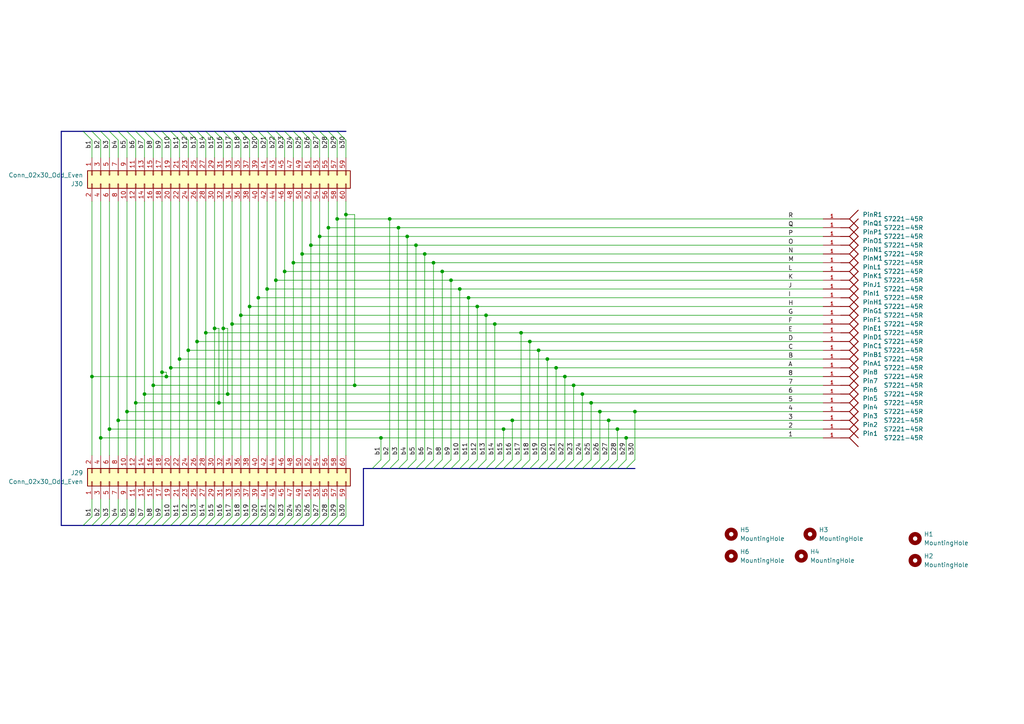
<source format=kicad_sch>
(kicad_sch (version 20231120) (generator "eeschema") (generator_version "8.0")
  (paper "A4")
  (lib_symbols
    (symbol "Connector_Generic:Conn_02x30_Odd_Even" (pin_names (offset 1.016) hide)
      (property "Reference" "J" (at 1.27 38.1 0))
      (property "Value" "Conn_02x30_Odd_Even" (at 1.27 -40.64 0))
      (symbol "Conn_02x30_Odd_Even_1_1"
        (pin passive line (at -5.08 35.56 0) (length 3.81) (name "Pin_1") (number "1"))
        (pin passive line (at 7.62 25.4 180) (length 3.81) (name "Pin_10") (number "10"))
        (pin passive line (at -5.08 22.86 0) (length 3.81) (name "Pin_11") (number "11"))
        (pin passive line (at 7.62 22.86 180) (length 3.81) (name "Pin_12") (number "12"))
        (pin passive line (at -5.08 20.32 0) (length 3.81) (name "Pin_13") (number "13"))
        (pin passive line (at 7.62 20.32 180) (length 3.81) (name "Pin_14") (number "14"))
        (pin passive line (at -5.08 17.78 0) (length 3.81) (name "Pin_15") (number "15"))
        (pin passive line (at 7.62 17.78 180) (length 3.81) (name "Pin_16") (number "16"))
        (pin passive line (at -5.08 15.24 0) (length 3.81) (name "Pin_17") (number "17"))
        (pin passive line (at 7.62 15.24 180) (length 3.81) (name "Pin_18") (number "18"))
        (pin passive line (at -5.08 12.7 0) (length 3.81) (name "Pin_19") (number "19"))
        (pin passive line (at 7.62 35.56 180) (length 3.81) (name "Pin_2") (number "2"))
        (pin passive line (at 7.62 12.7 180) (length 3.81) (name "Pin_20") (number "20"))
        (pin passive line (at -5.08 10.16 0) (length 3.81) (name "Pin_21") (number "21"))
        (pin passive line (at 7.62 10.16 180) (length 3.81) (name "Pin_22") (number "22"))
        (pin passive line (at -5.08 7.62 0) (length 3.81) (name "Pin_23") (number "23"))
        (pin passive line (at 7.62 7.62 180) (length 3.81) (name "Pin_24") (number "24"))
        (pin passive line (at -5.08 5.08 0) (length 3.81) (name "Pin_25") (number "25"))
        (pin passive line (at 7.62 5.08 180) (length 3.81) (name "Pin_26") (number "26"))
        (pin passive line (at -5.08 2.54 0) (length 3.81) (name "Pin_27") (number "27"))
        (pin passive line (at 7.62 2.54 180) (length 3.81) (name "Pin_28") (number "28"))
        (pin passive line (at -5.08 0 0) (length 3.81) (name "Pin_29") (number "29"))
        (pin passive line (at -5.08 33.02 0) (length 3.81) (name "Pin_3") (number "3"))
        (pin passive line (at 7.62 0 180) (length 3.81) (name "Pin_30") (number "30"))
        (pin passive line (at -5.08 -2.54 0) (length 3.81) (name "Pin_31") (number "31"))
        (pin passive line (at 7.62 -2.54 180) (length 3.81) (name "Pin_32") (number "32"))
        (pin passive line (at -5.08 -5.08 0) (length 3.81) (name "Pin_33") (number "33"))
        (pin passive line (at 7.62 -5.08 180) (length 3.81) (name "Pin_34") (number "34"))
        (pin passive line (at -5.08 -7.62 0) (length 3.81) (name "Pin_35") (number "35"))
        (pin passive line (at 7.62 -7.62 180) (length 3.81) (name "Pin_36") (number "36"))
        (pin passive line (at -5.08 -10.16 0) (length 3.81) (name "Pin_37") (number "37"))
        (pin passive line (at 7.62 -10.16 180) (length 3.81) (name "Pin_38") (number "38"))
        (pin passive line (at -5.08 -12.7 0) (length 3.81) (name "Pin_39") (number "39"))
        (pin passive line (at 7.62 33.02 180) (length 3.81) (name "Pin_4") (number "4"))
        (pin passive line (at 7.62 -12.7 180) (length 3.81) (name "Pin_40") (number "40"))
        (pin passive line (at -5.08 -15.24 0) (length 3.81) (name "Pin_41") (number "41"))
        (pin passive line (at 7.62 -15.24 180) (length 3.81) (name "Pin_42") (number "42"))
        (pin passive line (at -5.08 -17.78 0) (length 3.81) (name "Pin_43") (number "43"))
        (pin passive line (at 7.62 -17.78 180) (length 3.81) (name "Pin_44") (number "44"))
        (pin passive line (at -5.08 -20.32 0) (length 3.81) (name "Pin_45") (number "45"))
        (pin passive line (at 7.62 -20.32 180) (length 3.81) (name "Pin_46") (number "46"))
        (pin passive line (at -5.08 -22.86 0) (length 3.81) (name "Pin_47") (number "47"))
        (pin passive line (at 7.62 -22.86 180) (length 3.81) (name "Pin_48") (number "48"))
        (pin passive line (at -5.08 -25.4 0) (length 3.81) (name "Pin_49") (number "49"))
        (pin passive line (at -5.08 30.48 0) (length 3.81) (name "Pin_5") (number "5"))
        (pin passive line (at 7.62 -25.4 180) (length 3.81) (name "Pin_50") (number "50"))
        (pin passive line (at -5.08 -27.94 0) (length 3.81) (name "Pin_51") (number "51"))
        (pin passive line (at 7.62 -27.94 180) (length 3.81) (name "Pin_52") (number "52"))
        (pin passive line (at -5.08 -30.48 0) (length 3.81) (name "Pin_53") (number "53"))
        (pin passive line (at 7.62 -30.48 180) (length 3.81) (name "Pin_54") (number "54"))
        (pin passive line (at -5.08 -33.02 0) (length 3.81) (name "Pin_55") (number "55"))
        (pin passive line (at 7.62 -33.02 180) (length 3.81) (name "Pin_56") (number "56"))
        (pin passive line (at -5.08 -35.56 0) (length 3.81) (name "Pin_57") (number "57"))
        (pin passive line (at 7.62 -35.56 180) (length 3.81) (name "Pin_58") (number "58"))
        (pin passive line (at -5.08 -38.1 0) (length 3.81) (name "Pin_59") (number "59"))
        (pin passive line (at 7.62 30.48 180) (length 3.81) (name "Pin_6") (number "6"))
        (pin passive line (at 7.62 -38.1 180) (length 3.81) (name "Pin_60") (number "60"))
        (pin passive line (at -5.08 27.94 0) (length 3.81) (name "Pin_7") (number "7"))
        (pin passive line (at 7.62 27.94 180) (length 3.81) (name "Pin_8") (number "8"))
        (pin passive line (at -5.08 25.4 0) (length 3.81) (name "Pin_9") (number "9"))
      )
    )
    (symbol "Mechanical:MountingHole" (pin_names (offset 1.016)) (exclude_from_sim yes) (in_bom no)
      (property "Reference" "H" (at 0 5.08 0))
      (property "Value" "MountingHole" (at 0 3.175 0))
    )
    (symbol "S7221-45R:S7221-45R" (pin_names (offset 1.016))
      (property "Reference" "J" (at 0 2.5449 0))
      (property "Value" "S7221-45R" (at 0 -5.107 0))
      (symbol "S7221-45R_0_0"
        (pin passive line (at 7.62 0 180) (length 5.08) (name "~") (number "1"))
      )
    )
  )
  (junction (at 41.91 114.3))
  (junction (at 120.65 71.12))
  (junction (at 72.39 88.9))
  (junction (at 66.04 114.3))
  (junction (at 168.91 114.3))
  (junction (at 95.25 66.04))
  (junction (at 74.93 86.36))
  (junction (at 171.45 116.84))
  (junction (at 148.59 121.92))
  (junction (at 135.89 86.36))
  (junction (at 49.53 106.68))
  (junction (at 92.71 68.58))
  (junction (at 102.87 111.76))
  (junction (at 179.07 124.46))
  (junction (at 125.73 76.2))
  (junction (at 184.15 119.38))
  (junction (at 143.51 93.98))
  (junction (at 176.53 121.92))
  (junction (at 29.21 127))
  (junction (at 62.23 95.25))
  (junction (at 123.19 73.66))
  (junction (at 26.67 109.22))
  (junction (at 77.47 83.82))
  (junction (at 130.81 81.28))
  (junction (at 31.75 124.46))
  (junction (at 173.99 119.38))
  (junction (at 46.99 107.95))
  (junction (at 54.61 101.6))
  (junction (at 151.13 96.52))
  (junction (at 118.11 68.58))
  (junction (at 181.61 127))
  (junction (at 85.09 76.2))
  (junction (at 163.83 109.22))
  (junction (at 80.01 81.28))
  (junction (at 110.49 127))
  (junction (at 156.21 101.6))
  (junction (at 97.79 63.5))
  (junction (at 153.67 99.06))
  (junction (at 69.85 91.44))
  (junction (at 100.33 62.23))
  (junction (at 63.5 116.84))
  (junction (at 128.27 78.74))
  (junction (at 52.07 104.14))
  (junction (at 57.15 99.06))
  (junction (at 39.37 116.84))
  (junction (at 34.29 121.92))
  (junction (at 90.17 71.12))
  (junction (at 158.75 104.14))
  (junction (at 67.31 93.98))
  (junction (at 64.77 95.25))
  (junction (at 133.35 83.82))
  (junction (at 146.05 124.46))
  (junction (at 115.57 66.04))
  (junction (at 113.03 63.5))
  (junction (at 138.43 88.9))
  (junction (at 48.26 109.22))
  (junction (at 161.29 106.68))
  (junction (at 44.45 111.76))
  (junction (at 59.69 96.52))
  (junction (at 140.97 91.44))
  (junction (at 166.37 111.76))
  (junction (at 87.63 73.66))
  (junction (at 36.83 119.38))
  (junction (at 82.55 78.74))
  (bus_entry (at 49.53 149.86) (size -2.54 2.54))
  (bus_entry (at 72.39 149.86) (size -2.54 2.54))
  (bus_entry (at 54.61 149.86) (size -2.54 2.54))
  (bus_entry (at 100.33 149.86) (size -2.54 2.54))
  (bus_entry (at 36.83 38.1) (size 2.54 2.54))
  (bus_entry (at 74.93 149.86) (size -2.54 2.54))
  (bus_entry (at 82.55 38.1) (size 2.54 2.54))
  (bus_entry (at 179.07 135.89) (size 2.54 -2.54))
  (bus_entry (at 92.71 38.1) (size 2.54 2.54))
  (bus_entry (at 67.31 38.1) (size 2.54 2.54))
  (bus_entry (at 133.35 135.89) (size 2.54 -2.54))
  (bus_entry (at 26.67 38.1) (size 2.54 2.54))
  (bus_entry (at 120.65 135.89) (size 2.54 -2.54))
  (bus_entry (at 138.43 135.89) (size 2.54 -2.54))
  (bus_entry (at 31.75 38.1) (size 2.54 2.54))
  (bus_entry (at 140.97 135.89) (size 2.54 -2.54))
  (bus_entry (at 97.79 149.86) (size -2.54 2.54))
  (bus_entry (at 46.99 149.86) (size -2.54 2.54))
  (bus_entry (at 77.47 38.1) (size 2.54 2.54))
  (bus_entry (at 163.83 135.89) (size 2.54 -2.54))
  (bus_entry (at 39.37 149.86) (size -2.54 2.54))
  (bus_entry (at 54.61 38.1) (size 2.54 2.54))
  (bus_entry (at 118.11 135.89) (size 2.54 -2.54))
  (bus_entry (at 62.23 149.86) (size -2.54 2.54))
  (bus_entry (at 67.31 149.86) (size -2.54 2.54))
  (bus_entry (at 31.75 149.86) (size -2.54 2.54))
  (bus_entry (at 166.37 135.89) (size 2.54 -2.54))
  (bus_entry (at 148.59 135.89) (size 2.54 -2.54))
  (bus_entry (at 90.17 38.1) (size 2.54 2.54))
  (bus_entry (at 181.61 135.89) (size 2.54 -2.54))
  (bus_entry (at 41.91 149.86) (size -2.54 2.54))
  (bus_entry (at 52.07 149.86) (size -2.54 2.54))
  (bus_entry (at 24.13 38.1) (size 2.54 2.54))
  (bus_entry (at 107.95 135.89) (size 2.54 -2.54))
  (bus_entry (at 39.37 38.1) (size 2.54 2.54))
  (bus_entry (at 173.99 135.89) (size 2.54 -2.54))
  (bus_entry (at 95.25 149.86) (size -2.54 2.54))
  (bus_entry (at 72.39 38.1) (size 2.54 2.54))
  (bus_entry (at 46.99 38.1) (size 2.54 2.54))
  (bus_entry (at 85.09 149.86) (size -2.54 2.54))
  (bus_entry (at 97.79 38.1) (size 2.54 2.54))
  (bus_entry (at 49.53 38.1) (size 2.54 2.54))
  (bus_entry (at 87.63 149.86) (size -2.54 2.54))
  (bus_entry (at 85.09 38.1) (size 2.54 2.54))
  (bus_entry (at 123.19 135.89) (size 2.54 -2.54))
  (bus_entry (at 90.17 149.86) (size -2.54 2.54))
  (bus_entry (at 69.85 38.1) (size 2.54 2.54))
  (bus_entry (at 82.55 149.86) (size -2.54 2.54))
  (bus_entry (at 158.75 135.89) (size 2.54 -2.54))
  (bus_entry (at 171.45 135.89) (size 2.54 -2.54))
  (bus_entry (at 59.69 149.86) (size -2.54 2.54))
  (bus_entry (at 44.45 38.1) (size 2.54 2.54))
  (bus_entry (at 77.47 149.86) (size -2.54 2.54))
  (bus_entry (at 153.67 135.89) (size 2.54 -2.54))
  (bus_entry (at 80.01 38.1) (size 2.54 2.54))
  (bus_entry (at 41.91 38.1) (size 2.54 2.54))
  (bus_entry (at 80.01 149.86) (size -2.54 2.54))
  (bus_entry (at 176.53 135.89) (size 2.54 -2.54))
  (bus_entry (at 87.63 38.1) (size 2.54 2.54))
  (bus_entry (at 125.73 135.89) (size 2.54 -2.54))
  (bus_entry (at 52.07 38.1) (size 2.54 2.54))
  (bus_entry (at 143.51 135.89) (size 2.54 -2.54))
  (bus_entry (at 57.15 149.86) (size -2.54 2.54))
  (bus_entry (at 130.81 135.89) (size 2.54 -2.54))
  (bus_entry (at 113.03 135.89) (size 2.54 -2.54))
  (bus_entry (at 59.69 38.1) (size 2.54 2.54))
  (bus_entry (at 29.21 38.1) (size 2.54 2.54))
  (bus_entry (at 34.29 149.86) (size -2.54 2.54))
  (bus_entry (at 110.49 135.89) (size 2.54 -2.54))
  (bus_entry (at 34.29 38.1) (size 2.54 2.54))
  (bus_entry (at 64.77 38.1) (size 2.54 2.54))
  (bus_entry (at 151.13 135.89) (size 2.54 -2.54))
  (bus_entry (at 74.93 38.1) (size 2.54 2.54))
  (bus_entry (at 57.15 38.1) (size 2.54 2.54))
  (bus_entry (at 69.85 149.86) (size -2.54 2.54))
  (bus_entry (at 36.83 149.86) (size -2.54 2.54))
  (bus_entry (at 95.25 38.1) (size 2.54 2.54))
  (bus_entry (at 29.21 149.86) (size -2.54 2.54))
  (bus_entry (at 92.71 149.86) (size -2.54 2.54))
  (bus_entry (at 156.21 135.89) (size 2.54 -2.54))
  (bus_entry (at 115.57 135.89) (size 2.54 -2.54))
  (bus_entry (at 161.29 135.89) (size 2.54 -2.54))
  (bus_entry (at 135.89 135.89) (size 2.54 -2.54))
  (bus_entry (at 44.45 149.86) (size -2.54 2.54))
  (bus_entry (at 168.91 135.89) (size 2.54 -2.54))
  (bus_entry (at 64.77 149.86) (size -2.54 2.54))
  (bus_entry (at 146.05 135.89) (size 2.54 -2.54))
  (bus_entry (at 128.27 135.89) (size 2.54 -2.54))
  (bus_entry (at 62.23 38.1) (size 2.54 2.54))
  (bus_entry (at 26.67 149.86) (size -2.54 2.54))
  (wire (pts (xy 41.91 40.64) (xy 41.91 45.72)))
  (bus (pts (xy 85.09 38.1) (xy 82.55 38.1)))
  (wire (pts (xy 59.69 144.78) (xy 59.69 149.86)))
  (wire (pts (xy 97.79 63.5) (xy 113.03 63.5)))
  (wire (pts (xy 90.17 71.12) (xy 120.65 71.12)))
  (wire (pts (xy 69.85 91.44) (xy 140.97 91.44)))
  (wire (pts (xy 171.45 116.84) (xy 238.76 116.84)))
  (bus (pts (xy 82.55 38.1) (xy 80.01 38.1)))
  (wire (pts (xy 59.69 132.08) (xy 59.69 96.52)))
  (bus (pts (xy 52.07 38.1) (xy 49.53 38.1)))
  (bus (pts (xy 64.77 152.4) (xy 67.31 152.4)))
  (wire (pts (xy 69.85 144.78) (xy 69.85 149.86)))
  (wire (pts (xy 97.79 63.5) (xy 97.79 58.42)))
  (wire (pts (xy 31.75 124.46) (xy 146.05 124.46)))
  (bus (pts (xy 87.63 38.1) (xy 85.09 38.1)))
  (wire (pts (xy 57.15 144.78) (xy 57.15 149.86)))
  (wire (pts (xy 146.05 124.46) (xy 179.07 124.46)))
  (wire (pts (xy 143.51 93.98) (xy 238.76 93.98)))
  (wire (pts (xy 54.61 132.08) (xy 54.61 101.6)))
  (bus (pts (xy 158.75 135.89) (xy 161.29 135.89)))
  (wire (pts (xy 115.57 66.04) (xy 115.57 133.35)))
  (bus (pts (xy 34.29 152.4) (xy 36.83 152.4)))
  (bus (pts (xy 17.78 152.4) (xy 24.13 152.4)))
  (wire (pts (xy 66.04 114.3) (xy 66.04 95.25)))
  (wire (pts (xy 130.81 81.28) (xy 130.81 133.35)))
  (bus (pts (xy 151.13 135.89) (xy 153.67 135.89)))
  (bus (pts (xy 67.31 38.1) (xy 64.77 38.1)))
  (bus (pts (xy 135.89 135.89) (xy 138.43 135.89)))
  (wire (pts (xy 46.99 40.64) (xy 46.99 45.72)))
  (wire (pts (xy 82.55 132.08) (xy 82.55 78.74)))
  (bus (pts (xy 80.01 152.4) (xy 82.55 152.4)))
  (wire (pts (xy 82.55 78.74) (xy 82.55 58.42)))
  (wire (pts (xy 41.91 114.3) (xy 41.91 58.42)))
  (wire (pts (xy 166.37 111.76) (xy 166.37 133.35)))
  (wire (pts (xy 125.73 76.2) (xy 125.73 133.35)))
  (wire (pts (xy 80.01 144.78) (xy 80.01 149.86)))
  (wire (pts (xy 69.85 132.08) (xy 69.85 91.44)))
  (bus (pts (xy 110.49 135.89) (xy 113.03 135.89)))
  (wire (pts (xy 181.61 127) (xy 238.76 127)))
  (wire (pts (xy 166.37 111.76) (xy 238.76 111.76)))
  (bus (pts (xy 176.53 135.89) (xy 179.07 135.89)))
  (bus (pts (xy 46.99 38.1) (xy 44.45 38.1)))
  (wire (pts (xy 29.21 40.64) (xy 29.21 45.72)))
  (bus (pts (xy 105.41 135.89) (xy 107.95 135.89)))
  (bus (pts (xy 163.83 135.89) (xy 166.37 135.89)))
  (wire (pts (xy 64.77 95.25) (xy 64.77 58.42)))
  (wire (pts (xy 118.11 68.58) (xy 118.11 133.35)))
  (bus (pts (xy 80.01 38.1) (xy 77.47 38.1)))
  (wire (pts (xy 100.33 40.64) (xy 100.33 45.72)))
  (wire (pts (xy 153.67 99.06) (xy 153.67 133.35)))
  (wire (pts (xy 59.69 96.52) (xy 151.13 96.52)))
  (wire (pts (xy 63.5 116.84) (xy 63.5 95.25)))
  (wire (pts (xy 95.25 66.04) (xy 115.57 66.04)))
  (bus (pts (xy 143.51 135.89) (xy 146.05 135.89)))
  (wire (pts (xy 29.21 144.78) (xy 29.21 149.86)))
  (wire (pts (xy 85.09 132.08) (xy 85.09 76.2)))
  (bus (pts (xy 95.25 38.1) (xy 92.71 38.1)))
  (bus (pts (xy 100.33 38.1) (xy 97.79 38.1)))
  (wire (pts (xy 69.85 91.44) (xy 69.85 58.42)))
  (wire (pts (xy 92.71 68.58) (xy 118.11 68.58)))
  (wire (pts (xy 153.67 99.06) (xy 238.76 99.06)))
  (bus (pts (xy 123.19 135.89) (xy 125.73 135.89)))
  (bus (pts (xy 46.99 152.4) (xy 49.53 152.4)))
  (wire (pts (xy 52.07 104.14) (xy 158.75 104.14)))
  (bus (pts (xy 59.69 152.4) (xy 62.23 152.4)))
  (wire (pts (xy 95.25 40.64) (xy 95.25 45.72)))
  (wire (pts (xy 95.25 132.08) (xy 95.25 66.04)))
  (wire (pts (xy 41.91 132.08) (xy 41.91 114.3)))
  (wire (pts (xy 77.47 40.64) (xy 77.47 45.72)))
  (bus (pts (xy 39.37 38.1) (xy 36.83 38.1)))
  (wire (pts (xy 64.77 40.64) (xy 64.77 45.72)))
  (bus (pts (xy 171.45 135.89) (xy 173.99 135.89)))
  (bus (pts (xy 140.97 135.89) (xy 143.51 135.89)))
  (bus (pts (xy 54.61 38.1) (xy 52.07 38.1)))
  (bus (pts (xy 26.67 152.4) (xy 29.21 152.4)))
  (wire (pts (xy 54.61 101.6) (xy 54.61 58.42)))
  (bus (pts (xy 156.21 135.89) (xy 158.75 135.89)))
  (wire (pts (xy 72.39 132.08) (xy 72.39 88.9)))
  (wire (pts (xy 140.97 91.44) (xy 140.97 133.35)))
  (wire (pts (xy 34.29 132.08) (xy 34.29 121.92)))
  (wire (pts (xy 90.17 144.78) (xy 90.17 149.86)))
  (bus (pts (xy 181.61 135.89) (xy 184.15 135.89)))
  (wire (pts (xy 171.45 116.84) (xy 171.45 133.35)))
  (wire (pts (xy 128.27 78.74) (xy 128.27 133.35)))
  (wire (pts (xy 67.31 93.98) (xy 67.31 58.42)))
  (bus (pts (xy 62.23 38.1) (xy 59.69 38.1)))
  (wire (pts (xy 63.5 116.84) (xy 171.45 116.84)))
  (wire (pts (xy 179.07 124.46) (xy 238.76 124.46)))
  (bus (pts (xy 87.63 152.4) (xy 90.17 152.4)))
  (bus (pts (xy 17.78 38.1) (xy 17.78 152.4)))
  (wire (pts (xy 80.01 132.08) (xy 80.01 81.28)))
  (wire (pts (xy 74.93 86.36) (xy 74.93 58.42)))
  (wire (pts (xy 158.75 104.14) (xy 238.76 104.14)))
  (wire (pts (xy 77.47 83.82) (xy 133.35 83.82)))
  (wire (pts (xy 72.39 88.9) (xy 138.43 88.9)))
  (wire (pts (xy 67.31 40.64) (xy 67.31 45.72)))
  (bus (pts (xy 92.71 152.4) (xy 95.25 152.4)))
  (wire (pts (xy 49.53 106.68) (xy 49.53 58.42)))
  (bus (pts (xy 82.55 152.4) (xy 85.09 152.4)))
  (bus (pts (xy 69.85 152.4) (xy 72.39 152.4)))
  (bus (pts (xy 90.17 38.1) (xy 87.63 38.1)))
  (wire (pts (xy 29.21 127) (xy 110.49 127)))
  (wire (pts (xy 85.09 40.64) (xy 85.09 45.72)))
  (wire (pts (xy 120.65 71.12) (xy 120.65 133.35)))
  (wire (pts (xy 31.75 132.08) (xy 31.75 124.46)))
  (wire (pts (xy 156.21 101.6) (xy 238.76 101.6)))
  (wire (pts (xy 31.75 144.78) (xy 31.75 149.86)))
  (wire (pts (xy 87.63 132.08) (xy 87.63 73.66)))
  (wire (pts (xy 118.11 68.58) (xy 238.76 68.58)))
  (wire (pts (xy 62.23 132.08) (xy 62.23 95.25)))
  (wire (pts (xy 146.05 124.46) (xy 146.05 133.35)))
  (wire (pts (xy 90.17 71.12) (xy 90.17 58.42)))
  (wire (pts (xy 125.73 76.2) (xy 238.76 76.2)))
  (wire (pts (xy 67.31 144.78) (xy 67.31 149.86)))
  (wire (pts (xy 74.93 144.78) (xy 74.93 149.86)))
  (wire (pts (xy 100.33 132.08) (xy 100.33 62.23)))
  (wire (pts (xy 57.15 40.64) (xy 57.15 45.72)))
  (wire (pts (xy 41.91 144.78) (xy 41.91 149.86)))
  (bus (pts (xy 77.47 38.1) (xy 74.93 38.1)))
  (wire (pts (xy 74.93 86.36) (xy 135.89 86.36)))
  (wire (pts (xy 36.83 40.64) (xy 36.83 45.72)))
  (bus (pts (xy 67.31 152.4) (xy 69.85 152.4)))
  (wire (pts (xy 123.19 73.66) (xy 123.19 133.35)))
  (wire (pts (xy 80.01 40.64) (xy 80.01 45.72)))
  (wire (pts (xy 48.26 107.95) (xy 48.26 109.22)))
  (wire (pts (xy 100.33 144.78) (xy 100.33 149.86)))
  (wire (pts (xy 36.83 119.38) (xy 36.83 58.42)))
  (wire (pts (xy 176.53 121.92) (xy 176.53 133.35)))
  (wire (pts (xy 62.23 144.78) (xy 62.23 149.86)))
  (wire (pts (xy 82.55 78.74) (xy 128.27 78.74)))
  (bus (pts (xy 49.53 38.1) (xy 46.99 38.1)))
  (wire (pts (xy 49.53 106.68) (xy 161.29 106.68)))
  (wire (pts (xy 77.47 83.82) (xy 77.47 58.42)))
  (wire (pts (xy 34.29 121.92) (xy 34.29 58.42)))
  (wire (pts (xy 72.39 88.9) (xy 72.39 58.42)))
  (bus (pts (xy 107.95 135.89) (xy 110.49 135.89)))
  (wire (pts (xy 36.83 144.78) (xy 36.83 149.86)))
  (wire (pts (xy 72.39 40.64) (xy 72.39 45.72)))
  (bus (pts (xy 24.13 38.1) (xy 17.78 38.1)))
  (wire (pts (xy 158.75 104.14) (xy 158.75 133.35)))
  (bus (pts (xy 49.53 152.4) (xy 52.07 152.4)))
  (wire (pts (xy 92.71 40.64) (xy 92.71 45.72)))
  (wire (pts (xy 181.61 127) (xy 181.61 133.35)))
  (wire (pts (xy 46.99 132.08) (xy 46.99 107.95)))
  (wire (pts (xy 77.47 132.08) (xy 77.47 83.82)))
  (wire (pts (xy 148.59 121.92) (xy 176.53 121.92)))
  (bus (pts (xy 31.75 152.4) (xy 34.29 152.4)))
  (bus (pts (xy 77.47 152.4) (xy 80.01 152.4)))
  (wire (pts (xy 87.63 144.78) (xy 87.63 149.86)))
  (wire (pts (xy 54.61 101.6) (xy 156.21 101.6)))
  (bus (pts (xy 95.25 152.4) (xy 97.79 152.4)))
  (wire (pts (xy 123.19 73.66) (xy 238.76 73.66)))
  (wire (pts (xy 102.87 111.76) (xy 166.37 111.76)))
  (wire (pts (xy 133.35 83.82) (xy 133.35 133.35)))
  (wire (pts (xy 67.31 132.08) (xy 67.31 93.98)))
  (wire (pts (xy 26.67 40.64) (xy 26.67 45.72)))
  (wire (pts (xy 95.25 144.78) (xy 95.25 149.86)))
  (wire (pts (xy 173.99 119.38) (xy 184.15 119.38)))
  (wire (pts (xy 39.37 40.64) (xy 39.37 45.72)))
  (wire (pts (xy 163.83 109.22) (xy 163.83 133.35)))
  (wire (pts (xy 156.21 101.6) (xy 156.21 133.35)))
  (wire (pts (xy 49.53 144.78) (xy 49.53 149.86)))
  (wire (pts (xy 110.49 127) (xy 110.49 133.35)))
  (wire (pts (xy 34.29 121.92) (xy 148.59 121.92)))
  (wire (pts (xy 52.07 132.08) (xy 52.07 104.14)))
  (wire (pts (xy 82.55 40.64) (xy 82.55 45.72)))
  (wire (pts (xy 102.87 62.23) (xy 100.33 62.23)))
  (bus (pts (xy 92.71 38.1) (xy 90.17 38.1)))
  (wire (pts (xy 151.13 96.52) (xy 151.13 133.35)))
  (wire (pts (xy 31.75 40.64) (xy 31.75 45.72)))
  (wire (pts (xy 36.83 132.08) (xy 36.83 119.38)))
  (bus (pts (xy 166.37 135.89) (xy 168.91 135.89)))
  (bus (pts (xy 120.65 135.89) (xy 123.19 135.89)))
  (wire (pts (xy 92.71 132.08) (xy 92.71 68.58)))
  (wire (pts (xy 26.67 109.22) (xy 26.67 58.42)))
  (wire (pts (xy 128.27 78.74) (xy 238.76 78.74)))
  (wire (pts (xy 26.67 144.78) (xy 26.67 149.86)))
  (wire (pts (xy 173.99 119.38) (xy 173.99 133.35)))
  (wire (pts (xy 87.63 40.64) (xy 87.63 45.72)))
  (bus (pts (xy 36.83 38.1) (xy 34.29 38.1)))
  (bus (pts (xy 118.11 135.89) (xy 120.65 135.89)))
  (bus (pts (xy 72.39 38.1) (xy 69.85 38.1)))
  (bus (pts (xy 29.21 38.1) (xy 26.67 38.1)))
  (wire (pts (xy 130.81 81.28) (xy 238.76 81.28)))
  (wire (pts (xy 176.53 121.92) (xy 238.76 121.92)))
  (wire (pts (xy 138.43 88.9) (xy 238.76 88.9)))
  (wire (pts (xy 100.33 62.23) (xy 100.33 58.42)))
  (bus (pts (xy 72.39 152.4) (xy 74.93 152.4)))
  (wire (pts (xy 34.29 144.78) (xy 34.29 149.86)))
  (bus (pts (xy 41.91 38.1) (xy 39.37 38.1)))
  (wire (pts (xy 52.07 144.78) (xy 52.07 149.86)))
  (wire (pts (xy 87.63 73.66) (xy 123.19 73.66)))
  (bus (pts (xy 34.29 38.1) (xy 31.75 38.1)))
  (wire (pts (xy 77.47 144.78) (xy 77.47 149.86)))
  (bus (pts (xy 36.83 152.4) (xy 39.37 152.4)))
  (wire (pts (xy 26.67 109.22) (xy 48.26 109.22)))
  (wire (pts (xy 57.15 99.06) (xy 57.15 58.42)))
  (wire (pts (xy 41.91 114.3) (xy 66.04 114.3)))
  (wire (pts (xy 92.71 144.78) (xy 92.71 149.86)))
  (wire (pts (xy 66.04 114.3) (xy 168.91 114.3)))
  (wire (pts (xy 97.79 132.08) (xy 97.79 63.5)))
  (bus (pts (xy 69.85 38.1) (xy 67.31 38.1)))
  (wire (pts (xy 133.35 83.82) (xy 238.76 83.82)))
  (wire (pts (xy 63.5 95.25) (xy 62.23 95.25)))
  (wire (pts (xy 62.23 95.25) (xy 62.23 58.42)))
  (wire (pts (xy 90.17 132.08) (xy 90.17 71.12)))
  (wire (pts (xy 102.87 111.76) (xy 102.87 62.23)))
  (bus (pts (xy 130.81 135.89) (xy 133.35 135.89)))
  (bus (pts (xy 39.37 152.4) (xy 41.91 152.4)))
  (bus (pts (xy 105.41 152.4) (xy 105.41 135.89)))
  (wire (pts (xy 57.15 132.08) (xy 57.15 99.06)))
  (bus (pts (xy 52.07 152.4) (xy 54.61 152.4)))
  (wire (pts (xy 120.65 71.12) (xy 238.76 71.12)))
  (wire (pts (xy 54.61 40.64) (xy 54.61 45.72)))
  (bus (pts (xy 179.07 135.89) (xy 181.61 135.89)))
  (wire (pts (xy 161.29 106.68) (xy 161.29 133.35)))
  (wire (pts (xy 48.26 109.22) (xy 163.83 109.22)))
  (wire (pts (xy 85.09 76.2) (xy 125.73 76.2)))
  (wire (pts (xy 110.49 127) (xy 181.61 127)))
  (wire (pts (xy 87.63 73.66) (xy 87.63 58.42)))
  (wire (pts (xy 97.79 40.64) (xy 97.79 45.72)))
  (wire (pts (xy 168.91 114.3) (xy 168.91 133.35)))
  (bus (pts (xy 133.35 135.89) (xy 135.89 135.89)))
  (wire (pts (xy 85.09 144.78) (xy 85.09 149.86)))
  (wire (pts (xy 69.85 40.64) (xy 69.85 45.72)))
  (wire (pts (xy 44.45 111.76) (xy 102.87 111.76)))
  (bus (pts (xy 54.61 152.4) (xy 57.15 152.4)))
  (wire (pts (xy 39.37 116.84) (xy 63.5 116.84)))
  (wire (pts (xy 39.37 144.78) (xy 39.37 149.86)))
  (bus (pts (xy 62.23 152.4) (xy 64.77 152.4)))
  (bus (pts (xy 146.05 135.89) (xy 148.59 135.89)))
  (wire (pts (xy 140.97 91.44) (xy 238.76 91.44)))
  (wire (pts (xy 92.71 68.58) (xy 92.71 58.42)))
  (wire (pts (xy 62.23 40.64) (xy 62.23 45.72)))
  (wire (pts (xy 67.31 93.98) (xy 143.51 93.98)))
  (wire (pts (xy 138.43 88.9) (xy 138.43 133.35)))
  (wire (pts (xy 46.99 107.95) (xy 48.26 107.95)))
  (bus (pts (xy 57.15 152.4) (xy 59.69 152.4)))
  (bus (pts (xy 125.73 135.89) (xy 128.27 135.89)))
  (bus (pts (xy 148.59 135.89) (xy 151.13 135.89)))
  (wire (pts (xy 168.91 114.3) (xy 238.76 114.3)))
  (bus (pts (xy 113.03 135.89) (xy 115.57 135.89)))
  (wire (pts (xy 97.79 144.78) (xy 97.79 149.86)))
  (wire (pts (xy 46.99 107.95) (xy 46.99 58.42)))
  (wire (pts (xy 57.15 99.06) (xy 153.67 99.06)))
  (wire (pts (xy 151.13 96.52) (xy 238.76 96.52)))
  (wire (pts (xy 49.53 40.64) (xy 49.53 45.72)))
  (wire (pts (xy 46.99 144.78) (xy 46.99 149.86)))
  (wire (pts (xy 31.75 124.46) (xy 31.75 58.42)))
  (bus (pts (xy 64.77 38.1) (xy 62.23 38.1)))
  (wire (pts (xy 54.61 144.78) (xy 54.61 149.86)))
  (bus (pts (xy 173.99 135.89) (xy 176.53 135.89)))
  (bus (pts (xy 31.75 38.1) (xy 29.21 38.1)))
  (bus (pts (xy 153.67 135.89) (xy 156.21 135.89)))
  (wire (pts (xy 52.07 40.64) (xy 52.07 45.72)))
  (wire (pts (xy 59.69 40.64) (xy 59.69 45.72)))
  (bus (pts (xy 168.91 135.89) (xy 171.45 135.89)))
  (wire (pts (xy 80.01 81.28) (xy 80.01 58.42)))
  (bus (pts (xy 59.69 38.1) (xy 57.15 38.1)))
  (bus (pts (xy 85.09 152.4) (xy 87.63 152.4)))
  (wire (pts (xy 29.21 132.08) (xy 29.21 127)))
  (bus (pts (xy 138.43 135.89) (xy 140.97 135.89)))
  (wire (pts (xy 29.21 127) (xy 29.21 58.42)))
  (bus (pts (xy 44.45 38.1) (xy 41.91 38.1)))
  (wire (pts (xy 113.03 63.5) (xy 238.76 63.5)))
  (wire (pts (xy 44.45 40.64) (xy 44.45 45.72)))
  (wire (pts (xy 36.83 119.38) (xy 173.99 119.38)))
  (bus (pts (xy 41.91 152.4) (xy 44.45 152.4)))
  (bus (pts (xy 74.93 38.1) (xy 72.39 38.1)))
  (wire (pts (xy 49.53 132.08) (xy 49.53 106.68)))
  (wire (pts (xy 179.07 124.46) (xy 179.07 133.35)))
  (wire (pts (xy 85.09 76.2) (xy 85.09 58.42)))
  (bus (pts (xy 74.93 152.4) (xy 77.47 152.4)))
  (wire (pts (xy 64.77 132.08) (xy 64.77 95.25)))
  (wire (pts (xy 39.37 116.84) (xy 39.37 58.42)))
  (wire (pts (xy 115.57 66.04) (xy 238.76 66.04)))
  (wire (pts (xy 135.89 86.36) (xy 238.76 86.36)))
  (wire (pts (xy 26.67 132.08) (xy 26.67 109.22)))
  (wire (pts (xy 74.93 40.64) (xy 74.93 45.72)))
  (bus (pts (xy 90.17 152.4) (xy 92.71 152.4)))
  (wire (pts (xy 135.89 86.36) (xy 135.89 133.35)))
  (wire (pts (xy 64.77 144.78) (xy 64.77 149.86)))
  (bus (pts (xy 97.79 152.4) (xy 105.41 152.4)))
  (bus (pts (xy 57.15 38.1) (xy 54.61 38.1)))
  (wire (pts (xy 184.15 119.38) (xy 238.76 119.38)))
  (bus (pts (xy 115.57 135.89) (xy 118.11 135.89)))
  (bus (pts (xy 161.29 135.89) (xy 163.83 135.89)))
  (wire (pts (xy 66.04 95.25) (xy 64.77 95.25)))
  (bus (pts (xy 26.67 38.1) (xy 24.13 38.1)))
  (wire (pts (xy 72.39 144.78) (xy 72.39 149.86)))
  (bus (pts (xy 44.45 152.4) (xy 46.99 152.4)))
  (wire (pts (xy 34.29 40.64) (xy 34.29 45.72)))
  (wire (pts (xy 44.45 144.78) (xy 44.45 149.86)))
  (wire (pts (xy 74.93 132.08) (xy 74.93 86.36)))
  (wire (pts (xy 161.29 106.68) (xy 238.76 106.68)))
  (wire (pts (xy 52.07 104.14) (xy 52.07 58.42)))
  (bus (pts (xy 29.21 152.4) (xy 31.75 152.4)))
  (wire (pts (xy 113.03 63.5) (xy 113.03 133.35)))
  (wire (pts (xy 44.45 132.08) (xy 44.45 111.76)))
  (bus (pts (xy 128.27 135.89) (xy 130.81 135.89)))
  (wire (pts (xy 143.51 93.98) (xy 143.51 133.35)))
  (wire (pts (xy 82.55 144.78) (xy 82.55 149.86)))
  (wire (pts (xy 80.01 81.28) (xy 130.81 81.28)))
  (wire (pts (xy 59.69 96.52) (xy 59.69 58.42)))
  (wire (pts (xy 95.25 66.04) (xy 95.25 58.42)))
  (bus (pts (xy 24.13 152.4) (xy 26.67 152.4)))
  (bus (pts (xy 97.79 38.1) (xy 95.25 38.1)))
  (wire (pts (xy 184.15 119.38) (xy 184.15 133.35)))
  (wire (pts (xy 163.83 109.22) (xy 238.76 109.22)))
  (wire (pts (xy 39.37 132.08) (xy 39.37 116.84)))
  (wire (pts (xy 148.59 121.92) (xy 148.59 133.35)))
  (wire (pts (xy 44.45 111.76) (xy 44.45 58.42)))
  (wire (pts (xy 90.17 40.64) (xy 90.17 45.72)))
  (label "b21" (at 161.29 132.08 90))
  (label "b25" (at 87.63 43.18 90))
  (label "K" (at 228.6 81.28 0))
  (label "b29" (at 97.79 43.18 90))
  (label "b16" (at 148.59 132.08 90))
  (label "L" (at 228.6 78.74 0))
  (label "b1" (at 26.67 149.86 90))
  (label "b24" (at 168.91 132.08 90))
  (label "b10" (at 133.35 132.08 90))
  (label "E" (at 228.6 96.52 0))
  (label "b3" (at 115.57 132.08 90))
  (label "b1" (at 110.49 132.08 90))
  (label "b10" (at 49.53 149.86 90))
  (label "b22" (at 80.01 43.18 90))
  (label "b30" (at 100.33 149.86 90))
  (label "b6" (at 39.37 43.18 90))
  (label "b26" (at 90.17 149.86 90))
  (label "b3" (at 31.75 43.18 90))
  (label "N" (at 228.6 73.66 0))
  (label "b3" (at 31.75 149.86 90))
  (label "b19" (at 156.21 132.08 90))
  (label "b27" (at 176.53 132.08 90))
  (label "b11" (at 52.07 149.86 90))
  (label "b20" (at 158.75 132.08 90))
  (label "b24" (at 85.09 149.86 90))
  (label "b18" (at 69.85 149.86 90))
  (label "b22" (at 80.01 149.86 90))
  (label "4" (at 228.6 119.38 0))
  (label "b4" (at 34.29 43.18 90))
  (label "b28" (at 179.07 132.08 90))
  (label "b20" (at 74.93 43.18 90))
  (label "b25" (at 171.45 132.08 90))
  (label "b18" (at 153.67 132.08 90))
  (label "H" (at 228.6 88.9 0))
  (label "b4" (at 118.11 132.08 90))
  (label "b13" (at 140.97 132.08 90))
  (label "b17" (at 67.31 43.18 90))
  (label "b7" (at 125.73 132.08 90))
  (label "b9" (at 46.99 149.86 90))
  (label "C" (at 228.6 101.6 0))
  (label "b12" (at 54.61 43.18 90))
  (label "b11" (at 135.89 132.08 90))
  (label "b6" (at 123.19 132.08 90))
  (label "F" (at 228.6 93.98 0))
  (label "b14" (at 143.51 132.08 90))
  (label "b15" (at 62.23 149.86 90))
  (label "D" (at 228.6 99.06 0))
  (label "b12" (at 138.43 132.08 90))
  (label "b8" (at 44.45 149.86 90))
  (label "b13" (at 57.15 149.86 90))
  (label "b30" (at 100.33 43.18 90))
  (label "6" (at 228.6 114.3 0))
  (label "b16" (at 64.77 43.18 90))
  (label "8" (at 228.6 109.22 0))
  (label "b26" (at 90.17 43.18 90))
  (label "b8" (at 128.27 132.08 90))
  (label "1" (at 228.6 127 0))
  (label "b7" (at 41.91 43.18 90))
  (label "b16" (at 64.77 149.86 90))
  (label "b15" (at 62.23 43.18 90))
  (label "b22" (at 163.83 132.08 90))
  (label "b19" (at 72.39 149.86 90))
  (label "b28" (at 95.25 43.18 90))
  (label "b19" (at 72.39 43.18 90))
  (label "b6" (at 39.37 149.86 90))
  (label "b2" (at 113.03 132.08 90))
  (label "b5" (at 36.83 43.18 90))
  (label "b30" (at 184.15 132.08 90))
  (label "b11" (at 52.07 43.18 90))
  (label "b21" (at 77.47 43.18 90))
  (label "b18" (at 69.85 43.18 90))
  (label "P" (at 228.6 68.58 0))
  (label "b23" (at 166.37 132.08 90))
  (label "b25" (at 87.63 149.86 90))
  (label "b23" (at 82.55 43.18 90))
  (label "b27" (at 92.71 43.18 90))
  (label "O" (at 228.6 71.12 0))
  (label "R" (at 228.6 63.5 0))
  (label "b9" (at 130.81 132.08 90))
  (label "b5" (at 120.65 132.08 90))
  (label "b27" (at 92.71 149.86 90))
  (label "b5" (at 36.83 149.86 90))
  (label "I" (at 228.6 86.36 0))
  (label "b8" (at 44.45 43.18 90))
  (label "b2" (at 29.21 149.86 90))
  (label "b10" (at 49.53 43.18 90))
  (label "b12" (at 54.61 149.86 90))
  (label "b15" (at 146.05 132.08 90))
  (label "b20" (at 74.93 149.86 90))
  (label "b2" (at 29.21 43.18 90))
  (label "b29" (at 181.61 132.08 90))
  (label "3" (at 228.6 121.92 0))
  (label "b26" (at 173.99 132.08 90))
  (label "b28" (at 95.25 149.86 90))
  (label "Q" (at 228.6 66.04 0))
  (label "7" (at 228.6 111.76 0))
  (label "B" (at 228.6 104.14 0))
  (label "b23" (at 82.55 149.86 90))
  (label "M" (at 228.6 76.2 0))
  (label "b13" (at 57.15 43.18 90))
  (label "b29" (at 97.79 149.86 90))
  (label "A" (at 228.6 106.68 0))
  (label "b14" (at 59.69 149.86 90))
  (label "5" (at 228.6 116.84 0))
  (label "b4" (at 34.29 149.86 90))
  (label "b17" (at 151.13 132.08 90))
  (label "b17" (at 67.31 149.86 90))
  (label "b14" (at 59.69 43.18 90))
  (label "b9" (at 46.99 43.18 90))
  (label "2" (at 228.6 124.46 0))
  (label "G" (at 228.6 91.44 0))
  (label "b1" (at 26.67 43.18 90))
  (label "b7" (at 41.91 149.86 90))
  (label "J" (at 228.6 83.82 0))
  (label "b24" (at 85.09 43.18 90))
  (label "b21" (at 77.47 149.86 90))
  (symbol (lib_id "S7221-45R:S7221-45R") (at 246.38 96.52 180) (unit 1)
    (property "Reference" "PinE1" (at 250.19 95.2499 0) (effects (justify right)))
    (property "Value" "S7221-45R" (at 256.286 96.52 0) (effects (justify right)))
    (property "Footprint" "S7221_45R:HARWIN_S7221-45R" (effects (hide yes)))
    (property "MF" "Harwin" (effects (hide yes)))
    (property "Description_1" "RFI SHIELD FINGER AU 1.23MM SMD" (effects (hide yes)))
    (property "Package" "None" (effects (hide yes)))
    (property "Price" "0.22 USD" (effects (hide yes)))
    (property "MP" "S7221-45R" (effects (hide yes)))
    (property "Availability" "Good" (effects (hide yes)))
  )
  (symbol (lib_id "S7221-45R:S7221-45R") (at 246.38 81.28 180) (unit 1)
    (property "Reference" "PinK1" (at 250.19 80.0099 0) (effects (justify right)))
    (property "Value" "S7221-45R" (at 256.286 81.28 0) (effects (justify right)))
    (property "Footprint" "S7221_45R:HARWIN_S7221-45R" (effects (hide yes)))
    (property "MF" "Harwin" (effects (hide yes)))
    (property "Description_1" "RFI SHIELD FINGER AU 1.23MM SMD" (effects (hide yes)))
    (property "Package" "None" (effects (hide yes)))
    (property "Price" "0.22 USD" (effects (hide yes)))
    (property "MP" "S7221-45R" (effects (hide yes)))
    (property "Availability" "Good" (effects (hide yes)))
  )
  (symbol (lib_id "S7221-45R:S7221-45R") (at 246.38 63.5 180) (unit 1)
    (property "Reference" "PinR1" (at 250.19 62.2299 0) (effects (justify right)))
    (property "Value" "S7221-45R" (at 256.286 63.5 0) (effects (justify right)))
    (property "Footprint" "S7221_45R:HARWIN_S7221-45R" (effects (hide yes)))
    (property "MF" "Harwin" (effects (hide yes)))
    (property "Description_1" "RFI SHIELD FINGER AU 1.23MM SMD" (effects (hide yes)))
    (property "Package" "None" (effects (hide yes)))
    (property "Price" "0.22 USD" (effects (hide yes)))
    (property "MP" "S7221-45R" (effects (hide yes)))
    (property "Availability" "Good" (effects (hide yes)))
  )
  (symbol (lib_id "S7221-45R:S7221-45R") (at 246.38 88.9 180) (unit 1)
    (property "Reference" "PinH1" (at 250.19 87.6299 0) (effects (justify right)))
    (property "Value" "S7221-45R" (at 256.286 88.9 0) (effects (justify right)))
    (property "Footprint" "S7221_45R:HARWIN_S7221-45R" (effects (hide yes)))
    (property "MF" "Harwin" (effects (hide yes)))
    (property "Description_1" "RFI SHIELD FINGER AU 1.23MM SMD" (effects (hide yes)))
    (property "Package" "None" (effects (hide yes)))
    (property "Price" "0.22 USD" (effects (hide yes)))
    (property "MP" "S7221-45R" (effects (hide yes)))
    (property "Availability" "Good" (effects (hide yes)))
  )
  (symbol (lib_id "S7221-45R:S7221-45R") (at 246.38 109.22 180) (unit 1)
    (property "Reference" "Pin8" (at 250.19 107.9499 0) (effects (justify right)))
    (property "Value" "S7221-45R" (at 256.286 109.22 0) (effects (justify right)))
    (property "Footprint" "S7221_45R:HARWIN_S7221-45R" (effects (hide yes)))
    (property "MF" "Harwin" (effects (hide yes)))
    (property "Description_1" "RFI SHIELD FINGER AU 1.23MM SMD" (effects (hide yes)))
    (property "Package" "None" (effects (hide yes)))
    (property "Price" "0.22 USD" (effects (hide yes)))
    (property "MP" "S7221-45R" (effects (hide yes)))
    (property "Availability" "Good" (effects (hide yes)))
  )
  (symbol (lib_id "S7221-45R:S7221-45R") (at 246.38 111.76 180) (unit 1)
    (property "Reference" "Pin7" (at 250.19 110.4899 0) (effects (justify right)))
    (property "Value" "S7221-45R" (at 256.286 111.76 0) (effects (justify right)))
    (property "Footprint" "S7221_45R:HARWIN_S7221-45R" (effects (hide yes)))
    (property "MF" "Harwin" (effects (hide yes)))
    (property "Description_1" "RFI SHIELD FINGER AU 1.23MM SMD" (effects (hide yes)))
    (property "Package" "None" (effects (hide yes)))
    (property "Price" "0.22 USD" (effects (hide yes)))
    (property "MP" "S7221-45R" (effects (hide yes)))
    (property "Availability" "Good" (effects (hide yes)))
  )
  (symbol (lib_id "Connector_Generic:Conn_02x30_Odd_Even") (at 62.23 139.7 90) (unit 1)
    (property "Reference" "J29" (at 24.13 137.1599 90) (effects (justify left)))
    (property "Value" "Conn_02x30_Odd_Even" (at 24.13 139.6999 90) (effects (justify left)))
    (property "Footprint" "Connector_PinHeader_2.54mm:PinHeader_2x30_P2.54mm_Vertical" (effects (hide yes)))
    (property "Description" "Generic connector, double row, 02x30, odd/even pin numbering scheme (row 1 odd numbers, row 2 even numbers), script generated (kicad-library-utils/schlib/autogen/connector/)" (effects (hide yes)))
  )
  (symbol (lib_id "S7221-45R:S7221-45R") (at 246.38 93.98 180) (unit 1)
    (property "Reference" "PinF1" (at 250.19 92.7099 0) (effects (justify right)))
    (property "Value" "S7221-45R" (at 256.286 93.98 0) (effects (justify right)))
    (property "Footprint" "S7221_45R:HARWIN_S7221-45R" (effects (hide yes)))
    (property "MF" "Harwin" (effects (hide yes)))
    (property "Description_1" "RFI SHIELD FINGER AU 1.23MM SMD" (effects (hide yes)))
    (property "Package" "None" (effects (hide yes)))
    (property "Price" "0.22 USD" (effects (hide yes)))
    (property "MP" "S7221-45R" (effects (hide yes)))
    (property "Availability" "Good" (effects (hide yes)))
  )
  (symbol (lib_id "S7221-45R:S7221-45R") (at 246.38 116.84 180) (unit 1)
    (property "Reference" "Pin5" (at 250.19 115.5699 0) (effects (justify right)))
    (property "Value" "S7221-45R" (at 256.286 116.84 0) (effects (justify right)))
    (property "Footprint" "S7221_45R:HARWIN_S7221-45R" (effects (hide yes)))
    (property "MF" "Harwin" (effects (hide yes)))
    (property "Description_1" "RFI SHIELD FINGER AU 1.23MM SMD" (effects (hide yes)))
    (property "Package" "None" (effects (hide yes)))
    (property "Price" "0.22 USD" (effects (hide yes)))
    (property "MP" "S7221-45R" (effects (hide yes)))
    (property "Availability" "Good" (effects (hide yes)))
  )
  (symbol (lib_id "S7221-45R:S7221-45R") (at 246.38 73.66 180) (unit 1)
    (property "Reference" "PinN1" (at 250.19 72.3899 0) (effects (justify right)))
    (property "Value" "S7221-45R" (at 256.286 73.66 0) (effects (justify right)))
    (property "Footprint" "S7221_45R:HARWIN_S7221-45R" (effects (hide yes)))
    (property "MF" "Harwin" (effects (hide yes)))
    (property "Description_1" "RFI SHIELD FINGER AU 1.23MM SMD" (effects (hide yes)))
    (property "Package" "None" (effects (hide yes)))
    (property "Price" "0.22 USD" (effects (hide yes)))
    (property "MP" "S7221-45R" (effects (hide yes)))
    (property "Availability" "Good" (effects (hide yes)))
  )
  (symbol (lib_id "S7221-45R:S7221-45R") (at 246.38 121.92 180) (unit 1)
    (property "Reference" "Pin3" (at 250.19 120.6499 0) (effects (justify right)))
    (property "Value" "S7221-45R" (at 256.286 121.92 0) (effects (justify right)))
    (property "Footprint" "S7221_45R:HARWIN_S7221-45R" (effects (hide yes)))
    (property "MF" "Harwin" (effects (hide yes)))
    (property "Description_1" "RFI SHIELD FINGER AU 1.23MM SMD" (effects (hide yes)))
    (property "Package" "None" (effects (hide yes)))
    (property "Price" "0.22 USD" (effects (hide yes)))
    (property "MP" "S7221-45R" (effects (hide yes)))
    (property "Availability" "Good" (effects (hide yes)))
  )
  (symbol (lib_id "Mechanical:MountingHole") (at 265.43 156.21 0) (unit 1) (exclude_from_sim yes) (in_bom no)
    (property "Reference" "H1" (at 267.97 154.9399 0) (effects (justify left)))
    (property "Value" "MountingHole" (at 267.97 157.4799 0) (effects (justify left)))
    (property "Footprint" "MountingHole:MountingHole_3.7mm" (effects (hide yes)))
    (property "Description" "Mounting Hole without connection" (effects (hide yes)))
  )
  (symbol (lib_id "S7221-45R:S7221-45R") (at 246.38 101.6 180) (unit 1)
    (property "Reference" "PinC1" (at 250.19 100.3299 0) (effects (justify right)))
    (property "Value" "S7221-45R" (at 256.286 101.6 0) (effects (justify right)))
    (property "Footprint" "S7221_45R:HARWIN_S7221-45R" (effects (hide yes)))
    (property "MF" "Harwin" (effects (hide yes)))
    (property "Description_1" "RFI SHIELD FINGER AU 1.23MM SMD" (effects (hide yes)))
    (property "Package" "None" (effects (hide yes)))
    (property "Price" "0.22 USD" (effects (hide yes)))
    (property "MP" "S7221-45R" (effects (hide yes)))
    (property "Availability" "Good" (effects (hide yes)))
  )
  (symbol (lib_id "S7221-45R:S7221-45R") (at 246.38 78.74 180) (unit 1)
    (property "Reference" "PinL1" (at 250.19 77.4699 0) (effects (justify right)))
    (property "Value" "S7221-45R" (at 256.286 78.74 0) (effects (justify right)))
    (property "Footprint" "S7221_45R:HARWIN_S7221-45R" (effects (hide yes)))
    (property "MF" "Harwin" (effects (hide yes)))
    (property "Description_1" "RFI SHIELD FINGER AU 1.23MM SMD" (effects (hide yes)))
    (property "Package" "None" (effects (hide yes)))
    (property "Price" "0.22 USD" (effects (hide yes)))
    (property "MP" "S7221-45R" (effects (hide yes)))
    (property "Availability" "Good" (effects (hide yes)))
  )
  (symbol (lib_id "S7221-45R:S7221-45R") (at 246.38 104.14 180) (unit 1)
    (property "Reference" "PinB1" (at 250.19 102.8699 0) (effects (justify right)))
    (property "Value" "S7221-45R" (at 256.286 104.14 0) (effects (justify right)))
    (property "Footprint" "S7221_45R:HARWIN_S7221-45R" (effects (hide yes)))
    (property "MF" "Harwin" (effects (hide yes)))
    (property "Description_1" "RFI SHIELD FINGER AU 1.23MM SMD" (effects (hide yes)))
    (property "Package" "None" (effects (hide yes)))
    (property "Price" "0.22 USD" (effects (hide yes)))
    (property "MP" "S7221-45R" (effects (hide yes)))
    (property "Availability" "Good" (effects (hide yes)))
  )
  (symbol (lib_id "Mechanical:MountingHole") (at 212.09 154.94 0) (unit 1) (exclude_from_sim yes) (in_bom no)
    (property "Reference" "H5" (at 214.63 153.6699 0) (effects (justify left)))
    (property "Value" "MountingHole" (at 214.63 156.2099 0) (effects (justify left)))
    (property "Footprint" "MountingHole:MountingHole_3.2mm_M3" (effects (hide yes)))
    (property "Description" "Mounting Hole without connection" (effects (hide yes)))
  )
  (symbol (lib_id "S7221-45R:S7221-45R") (at 246.38 106.68 180) (unit 1)
    (property "Reference" "PinA1" (at 250.19 105.4099 0) (effects (justify right)))
    (property "Value" "S7221-45R" (at 256.286 106.68 0) (effects (justify right)))
    (property "Footprint" "S7221_45R:HARWIN_S7221-45R" (effects (hide yes)))
    (property "MF" "Harwin" (effects (hide yes)))
    (property "Description_1" "RFI SHIELD FINGER AU 1.23MM SMD" (effects (hide yes)))
    (property "Package" "None" (effects (hide yes)))
    (property "Price" "0.22 USD" (effects (hide yes)))
    (property "MP" "S7221-45R" (effects (hide yes)))
    (property "Availability" "Good" (effects (hide yes)))
  )
  (symbol (lib_id "Mechanical:MountingHole") (at 232.41 161.29 0) (unit 1) (exclude_from_sim yes) (in_bom no)
    (property "Reference" "H4" (at 234.95 160.0199 0) (effects (justify left)))
    (property "Value" "MountingHole" (at 234.95 162.5599 0) (effects (justify left)))
    (property "Footprint" "MountingHole:MountingHole_3.2mm_M3" (effects (hide yes)))
    (property "Description" "Mounting Hole without connection" (effects (hide yes)))
  )
  (symbol (lib_id "S7221-45R:S7221-45R") (at 246.38 119.38 180) (unit 1)
    (property "Reference" "Pin4" (at 250.19 118.1099 0) (effects (justify right)))
    (property "Value" "S7221-45R" (at 256.286 119.38 0) (effects (justify right)))
    (property "Footprint" "S7221_45R:HARWIN_S7221-45R" (effects (hide yes)))
    (property "MF" "Harwin" (effects (hide yes)))
    (property "Description_1" "RFI SHIELD FINGER AU 1.23MM SMD" (effects (hide yes)))
    (property "Package" "None" (effects (hide yes)))
    (property "Price" "0.22 USD" (effects (hide yes)))
    (property "MP" "S7221-45R" (effects (hide yes)))
    (property "Availability" "Good" (effects (hide yes)))
  )
  (symbol (lib_id "Mechanical:MountingHole") (at 265.43 162.56 0) (unit 1) (exclude_from_sim yes) (in_bom no)
    (property "Reference" "H2" (at 267.97 161.2899 0) (effects (justify left)))
    (property "Value" "MountingHole" (at 267.97 163.8299 0) (effects (justify left)))
    (property "Footprint" "MountingHole:MountingHole_3.7mm" (effects (hide yes)))
    (property "Description" "Mounting Hole without connection" (effects (hide yes)))
  )
  (symbol (lib_id "S7221-45R:S7221-45R") (at 246.38 66.04 180) (unit 1)
    (property "Reference" "PinQ1" (at 250.19 64.7699 0) (effects (justify right)))
    (property "Value" "S7221-45R" (at 256.286 66.04 0) (effects (justify right)))
    (property "Footprint" "S7221_45R:HARWIN_S7221-45R" (effects (hide yes)))
    (property "MF" "Harwin" (effects (hide yes)))
    (property "Description_1" "RFI SHIELD FINGER AU 1.23MM SMD" (effects (hide yes)))
    (property "Package" "None" (effects (hide yes)))
    (property "Price" "0.22 USD" (effects (hide yes)))
    (property "MP" "S7221-45R" (effects (hide yes)))
    (property "Availability" "Good" (effects (hide yes)))
  )
  (symbol (lib_id "S7221-45R:S7221-45R") (at 246.38 124.46 180) (unit 1)
    (property "Reference" "Pin2" (at 250.19 123.1899 0) (effects (justify right)))
    (property "Value" "S7221-45R" (at 256.286 124.46 0) (effects (justify right)))
    (property "Footprint" "S7221_45R:HARWIN_S7221-45R" (effects (hide yes)))
    (property "MF" "Harwin" (effects (hide yes)))
    (property "Description_1" "RFI SHIELD FINGER AU 1.23MM SMD" (effects (hide yes)))
    (property "Package" "None" (effects (hide yes)))
    (property "Price" "0.22 USD" (effects (hide yes)))
    (property "MP" "S7221-45R" (effects (hide yes)))
    (property "Availability" "Good" (effects (hide yes)))
  )
  (symbol (lib_id "S7221-45R:S7221-45R") (at 246.38 83.82 180) (unit 1)
    (property "Reference" "PinJ1" (at 250.19 82.5499 0) (effects (justify right)))
    (property "Value" "S7221-45R" (at 256.286 83.82 0) (effects (justify right)))
    (property "Footprint" "S7221_45R:HARWIN_S7221-45R" (effects (hide yes)))
    (property "MF" "Harwin" (effects (hide yes)))
    (property "Description_1" "RFI SHIELD FINGER AU 1.23MM SMD" (effects (hide yes)))
    (property "Package" "None" (effects (hide yes)))
    (property "Price" "0.22 USD" (effects (hide yes)))
    (property "MP" "S7221-45R" (effects (hide yes)))
    (property "Availability" "Good" (effects (hide yes)))
  )
  (symbol (lib_id "S7221-45R:S7221-45R") (at 246.38 86.36 180) (unit 1)
    (property "Reference" "PinI1" (at 250.19 85.0899 0) (effects (justify right)))
    (property "Value" "S7221-45R" (at 256.286 86.36 0) (effects (justify right)))
    (property "Footprint" "S7221_45R:HARWIN_S7221-45R" (effects (hide yes)))
    (property "MF" "Harwin" (effects (hide yes)))
    (property "Description_1" "RFI SHIELD FINGER AU 1.23MM SMD" (effects (hide yes)))
    (property "Package" "None" (effects (hide yes)))
    (property "Price" "0.22 USD" (effects (hide yes)))
    (property "MP" "S7221-45R" (effects (hide yes)))
    (property "Availability" "Good" (effects (hide yes)))
  )
  (symbol (lib_id "S7221-45R:S7221-45R") (at 246.38 91.44 180) (unit 1)
    (property "Reference" "PinG1" (at 250.19 90.1699 0) (effects (justify right)))
    (property "Value" "S7221-45R" (at 256.286 91.44 0) (effects (justify right)))
    (property "Footprint" "S7221_45R:HARWIN_S7221-45R" (effects (hide yes)))
    (property "MF" "Harwin" (effects (hide yes)))
    (property "Description_1" "RFI SHIELD FINGER AU 1.23MM SMD" (effects (hide yes)))
    (property "Package" "None" (effects (hide yes)))
    (property "Price" "0.22 USD" (effects (hide yes)))
    (property "MP" "S7221-45R" (effects (hide yes)))
    (property "Availability" "Good" (effects (hide yes)))
  )
  (symbol (lib_id "Mechanical:MountingHole") (at 234.95 154.94 0) (unit 1) (exclude_from_sim yes) (in_bom no)
    (property "Reference" "H3" (at 237.49 153.6699 0) (effects (justify left)))
    (property "Value" "MountingHole" (at 237.49 156.2099 0) (effects (justify left)))
    (property "Footprint" "MountingHole:MountingHole_3.2mm_M3" (effects (hide yes)))
    (property "Description" "Mounting Hole without connection" (effects (hide yes)))
  )
  (symbol (lib_id "S7221-45R:S7221-45R") (at 246.38 76.2 180) (unit 1)
    (property "Reference" "PinM1" (at 250.19 74.9299 0) (effects (justify right)))
    (property "Value" "S7221-45R" (at 256.286 76.2 0) (effects (justify right)))
    (property "Footprint" "S7221_45R:HARWIN_S7221-45R" (effects (hide yes)))
    (property "MF" "Harwin" (effects (hide yes)))
    (property "Description_1" "RFI SHIELD FINGER AU 1.23MM SMD" (effects (hide yes)))
    (property "Package" "None" (effects (hide yes)))
    (property "Price" "0.22 USD" (effects (hide yes)))
    (property "MP" "S7221-45R" (effects (hide yes)))
    (property "Availability" "Good" (effects (hide yes)))
  )
  (symbol (lib_id "S7221-45R:S7221-45R") (at 246.38 114.3 180) (unit 1)
    (property "Reference" "Pin6" (at 250.19 113.0299 0) (effects (justify right)))
    (property "Value" "S7221-45R" (at 256.286 114.3 0) (effects (justify right)))
    (property "Footprint" "S7221_45R:HARWIN_S7221-45R" (effects (hide yes)))
    (property "MF" "Harwin" (effects (hide yes)))
    (property "Description_1" "RFI SHIELD FINGER AU 1.23MM SMD" (effects (hide yes)))
    (property "Package" "None" (effects (hide yes)))
    (property "Price" "0.22 USD" (effects (hide yes)))
    (property "MP" "S7221-45R" (effects (hide yes)))
    (property "Availability" "Good" (effects (hide yes)))
  )
  (symbol (lib_id "Connector_Generic:Conn_02x30_Odd_Even") (at 62.23 50.8 90) (mirror x) (unit 1)
    (property "Reference" "J30" (at 24.13 53.3401 90) (effects (justify left)))
    (property "Value" "Conn_02x30_Odd_Even" (at 24.13 50.8001 90) (effects (justify left)))
    (property "Footprint" "Connector_PinHeader_2.54mm:PinHeader_2x30_P2.54mm_Vertical" (effects (hide yes)))
    (property "Description" "Generic connector, double row, 02x30, odd/even pin numbering scheme (row 1 odd numbers, row 2 even numbers), script generated (kicad-library-utils/schlib/autogen/connector/)" (effects (hide yes)))
  )
  (symbol (lib_id "S7221-45R:S7221-45R") (at 246.38 99.06 180) (unit 1)
    (property "Reference" "PinD1" (at 250.19 97.7899 0) (effects (justify right)))
    (property "Value" "S7221-45R" (at 256.286 99.06 0) (effects (justify right)))
    (property "Footprint" "S7221_45R:HARWIN_S7221-45R" (effects (hide yes)))
    (property "MF" "Harwin" (effects (hide yes)))
    (property "Description_1" "RFI SHIELD FINGER AU 1.23MM SMD" (effects (hide yes)))
    (property "Package" "None" (effects (hide yes)))
    (property "Price" "0.22 USD" (effects (hide yes)))
    (property "MP" "S7221-45R" (effects (hide yes)))
    (property "Availability" "Good" (effects (hide yes)))
  )
  (symbol (lib_id "S7221-45R:S7221-45R") (at 246.38 127 180) (unit 1)
    (property "Reference" "Pin1" (at 250.19 125.7299 0) (effects (justify right)))
    (property "Value" "S7221-45R" (at 256.286 127 0) (effects (justify right)))
    (property "Footprint" "S7221_45R:HARWIN_S7221-45R" (effects (hide yes)))
    (property "MF" "Harwin" (effects (hide yes)))
    (property "Description_1" "RFI SHIELD FINGER AU 1.23MM SMD" (effects (hide yes)))
    (property "Package" "None" (effects (hide yes)))
    (property "Price" "0.22 USD" (effects (hide yes)))
    (property "MP" "S7221-45R" (effects (hide yes)))
    (property "Availability" "Good" (effects (hide yes)))
  )
  (symbol (lib_id "S7221-45R:S7221-45R") (at 246.38 71.12 180) (unit 1)
    (property "Reference" "PinO1" (at 250.19 69.8499 0) (effects (justify right)))
    (property "Value" "S7221-45R" (at 256.286 71.12 0) (effects (justify right)))
    (property "Footprint" "S7221_45R:HARWIN_S7221-45R" (effects (hide yes)))
    (property "MF" "Harwin" (effects (hide yes)))
    (property "Description_1" "RFI SHIELD FINGER AU 1.23MM SMD" (effects (hide yes)))
    (property "Package" "None" (effects (hide yes)))
    (property "Price" "0.22 USD" (effects (hide yes)))
    (property "MP" "S7221-45R" (effects (hide yes)))
    (property "Availability" "Good" (effects (hide yes)))
  )
  (symbol (lib_id "Mechanical:MountingHole") (at 212.09 161.29 0) (unit 1) (exclude_from_sim yes) (in_bom no)
    (property "Reference" "H6" (at 214.63 160.0199 0) (effects (justify left)))
    (property "Value" "MountingHole" (at 214.63 162.5599 0) (effects (justify left)))
    (property "Footprint" "MountingHole:MountingHole_3.2mm_M3" (effects (hide yes)))
    (property "Description" "Mounting Hole without connection" (effects (hide yes)))
  )
  (symbol (lib_id "S7221-45R:S7221-45R") (at 246.38 68.58 180) (unit 1)
    (property "Reference" "PinP1" (at 250.19 67.3099 0) (effects (justify right)))
    (property "Value" "S7221-45R" (at 256.286 68.58 0) (effects (justify right)))
    (property "Footprint" "S7221_45R:HARWIN_S7221-45R" (effects (hide yes)))
    (property "MF" "Harwin" (effects (hide yes)))
    (property "Description_1" "RFI SHIELD FINGER AU 1.23MM SMD" (effects (hide yes)))
    (property "Package" "None" (effects (hide yes)))
    (property "Price" "0.22 USD" (effects (hide yes)))
    (property "MP" "S7221-45R" (effects (hide yes)))
    (property "Availability" "Good" (effects (hide yes)))
  )
)
</source>
